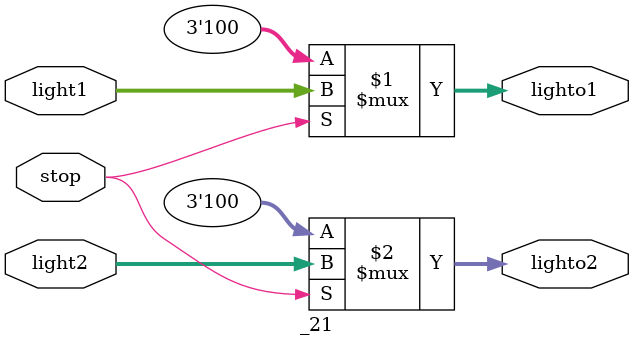
<source format=v>
module _21(stop,light1,light2,lighto1,lighto2);
input stop;
input[2:0]light1,light2;
output [2:0]lighto1,lighto2;
assign lighto1=(stop)?light1:3'b100;
assign lighto2=(stop)?light2:3'b100;
endmodule
</source>
